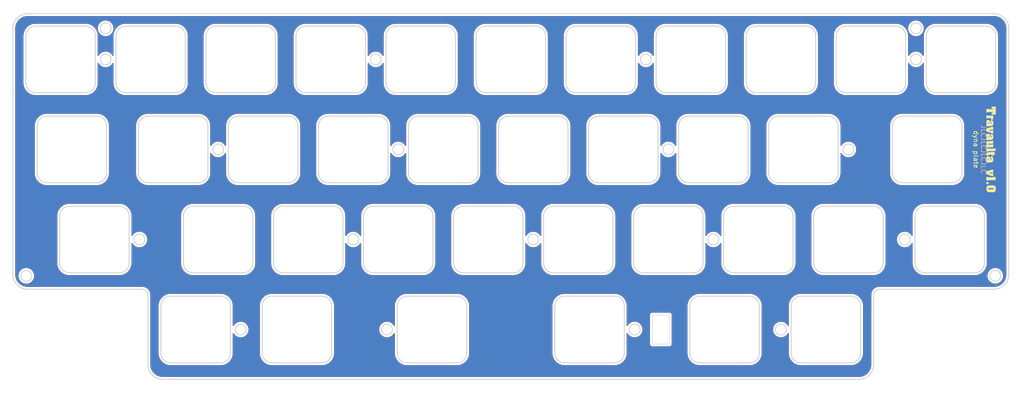
<source format=kicad_pcb>
(kicad_pcb (version 20240108) (generator "pcbnew") (generator_version "8.0")
  (layers (0 "F.Cu" signal) (31 "B.Cu" signal) (34 "B.Paste" user) (35 "F.Paste" user) (36 "B.SilkS" user "B.Silkscreen") (37 "F.SilkS" user "F.Silkscreen") (38 "B.Mask" user) (39 "F.Mask" user) (44 "Edge.Cuts" user))
  (net 0 "")
  (net 1 "GND")
  (footprint "LOGO" (layer "F.Cu") (at 250.825 76.2 -90)
    (property "Reference" "G***" (hide yes))
    (property "Value" "LOGO" (hide yes))
  )
  (gr_arc (start 113.7091 100.2214) (mid 113.101347 101.688647) (end 111.6341 102.2964) (stroke (width 0.2)) (layer "Edge.Cuts"))
  (gr_arc (start 249.44035 100.2213) (mid 248.832594 101.688629) (end 247.37956 102.2964) (stroke (width 0.2)) (layer "Edge.Cuts"))
  (gr_arc (start 201.81535 119.2713) (mid 201.207594 120.738629) (end 199.75456 121.3464) (stroke (width 0.2)) (layer "Edge.Cuts"))
  (gr_arc (start 180.3841 81.1714) (mid 179.776347 82.638647) (end 178.3091 83.2464) (stroke (width 0.2)) (layer "Edge.Cuts"))
  (gr_line (start 127.5841 71.2214) (end 127.5841 81.1714) (stroke (width 0.2)) (layer "Edge.Cuts"))
  (gr_line (start 98.7028 121.3464) (end 109.26706 121.3464) (stroke (width 0.2)) (layer "Edge.Cuts"))
  (gr_line (start 105.8466 64.1964) (end 116.3966 64.1964) (stroke (width 0.2)) (layer "Edge.Cuts"))
  (gr_arc (start 215.3841 102.2964) (mid 213.916853 101.688647) (end 213.3091 100.2214) (stroke (width 0.2)) (layer "Edge.Cuts"))
  (gr_arc (start 111.32785 119.2713) (mid 110.720094 120.738629) (end 109.26706 121.3464) (stroke (width 0.2)) (layer "Edge.Cuts"))
  (gr_line (start 175.6216 62.1214) (end 175.6216 52.1714) (stroke (width 0.2)) (layer "Edge.Cuts"))
  (gr_line (start 237.1216 52.1714) (end 237.1216 62.1214) (stroke (width 0.2)) (layer "Edge.Cuts"))
  (gr_arc (start 221.1716 107.2464) (mid 222.638847 107.854153) (end 223.2466 109.3214) (stroke (width 0.2)) (layer "Edge.Cuts"))
  (gr_line (start 140.2091 69.1464) (end 129.6591 69.1464) (stroke (width 0.2)) (layer "Edge.Cuts"))
  (gr_arc (start 137.5216 62.1214) (mid 136.913847 63.588647) (end 135.4466 64.1964) (stroke (width 0.2)) (layer "Edge.Cuts"))
  (gr_line (start 211.6466 50.0964) (end 201.0966 50.0964) (stroke (width 0.2)) (layer "Edge.Cuts"))
  (gr_line (start 113.7091 100.2214) (end 113.7091 90.2714) (stroke (width 0.2)) (layer "Edge.Cuts"))
  (gr_arc (start 46.6216 52.1714) (mid 47.229353 50.704153) (end 48.6966 50.0964) (stroke (width 0.2)) (layer "Edge.Cuts"))
  (gr_line (start 137.5216 62.1214) (end 137.5216 52.1714) (stroke (width 0.2)) (layer "Edge.Cuts"))
  (gr_line (start 72.45 121.724999) (end 72.45 106.974999) (stroke (width 0.2)) (layer "Edge.Cuts"))
  (gr_line (start 110.6091 83.2464) (end 121.1591 83.2464) (stroke (width 0.2)) (layer "Edge.Cuts"))
  (gr_arc (start 111.6341 88.1964) (mid 113.101347 88.804153) (end 113.7091 90.2714) (stroke (width 0.2)) (layer "Edge.Cuts"))
  (gr_arc (start 97.3466 50.0964) (mid 98.813847 50.704153) (end 99.4216 52.1714) (stroke (width 0.2)) (layer "Edge.Cuts"))
  (gr_arc (start 156.1591 90.2714) (mid 156.766853 88.804153) (end 158.2341 88.1964) (stroke (width 0.2)) (layer "Edge.Cuts"))
  (gr_arc (start 148.7091 83.2464) (mid 147.241853 82.638647) (end 146.6341 81.1714) (stroke (width 0.2)) (layer "Edge.Cuts"))
  (gr_arc (start 48.6966 64.1964) (mid 47.229353 63.588647) (end 46.6216 62.1214) (stroke (width 0.2)) (layer "Edge.Cuts"))
  (gr_line (start 239.1966 64.1964) (end 249.7466 64.1964) (stroke (width 0.2)) (layer "Edge.Cuts"))
  (gr_arc (start 77.2716 121.3464) (mid 75.804353 120.738647) (end 75.1966 119.2714) (stroke (width 0.2)) (layer "Edge.Cuts"))
  (gr_line (start 197.3591 69.1464) (end 186.8091 69.1464) (stroke (width 0.2)) (layer "Edge.Cuts"))
  (gr_circle (center 153.9875 95.25) (end 155.1375 95.25) (stroke (width 0.2)) (fill none) (layer "Edge.Cuts"))
  (gr_arc (start 146.6341 71.2214) (mid 147.241853 69.754153) (end 148.7091 69.1464) (stroke (width 0.2)) (layer "Edge.Cuts"))
  (gr_line (start 192.5966 50.0964) (end 182.0466 50.0964) (stroke (width 0.2)) (layer "Edge.Cuts"))
  (gr_line (start 51.07785 83.2464) (end 61.62785 83.2464) (stroke (width 0.2)) (layer "Edge.Cuts"))
  (gr_line (start 80.3716 62.1214) (end 80.3716 52.1714) (stroke (width 0.2)) (layer "Edge.Cuts"))
  (gr_circle (center 92.075 114.3) (end 93.225 114.3) (stroke (width 0.2)) (fill none) (layer "Edge.Cuts"))
  (gr_line (start 189.1903 121.3464) (end 199.75456 121.3464) (stroke (width 0.2)) (layer "Edge.Cuts"))
  (gr_arc (start 61.3216 62.1214) (mid 60.713847 63.588647) (end 59.2466 64.1964) (stroke (width 0.2)) (layer "Edge.Cuts"))
  (gr_rect (start 179.179211 111.222627) (end 182.774442 117.365374) (stroke (width 0.1)) (fill none) (layer "Edge.Cuts"))
  (gr_circle (center 251.734375 102.933999) (end 252.884375 102.933999) (stroke (width 0.2)) (fill none) (layer "Edge.Cuts"))
  (gr_line (start 91.5591 83.2464) (end 102.1091 83.2464) (stroke (width 0.2)) (layer "Edge.Cuts"))
  (gr_arc (start 96.62785 109.3214) (mid 97.235606 107.854171) (end 98.688496 107.2464) (stroke (width 0.2)) (layer "Edge.Cuts"))
  (gr_line (start 158.54035 109.3215) (end 158.54035 119.2714) (stroke (width 0.2)) (layer "Edge.Cuts"))
  (gr_line (start 122.8216 52.1714) (end 122.8216 62.1214) (stroke (width 0.2)) (layer "Edge.Cuts"))
  (gr_line (start 206.8841 88.1964) (end 196.3341 88.1964) (stroke (width 0.2)) (layer "Edge.Cuts"))
  (gr_line (start 97.3466 50.0964) (end 86.7966 50.0964) (stroke (width 0.2)) (layer "Edge.Cuts"))
  (gr_arc (start 121.1591 69.1464) (mid 122.626347 69.754153) (end 123.2341 71.2214) (stroke (width 0.2)) (layer "Edge.Cuts"))
  (gr_arc (start 156.5716 62.1214) (mid 155.963847 63.588647) (end 154.4966 64.1964) (stroke (width 0.2)) (layer "Edge.Cuts"))
  (gr_arc (start 249.7466 50.0964) (mid 251.213847 50.704153) (end 251.8216 52.1714) (stroke (width 0.2)) (layer "Edge.Cuts"))
  (gr_line (start 234.74035 90.2715) (end 234.74035 100.2214) (stroke (width 0.2)) (layer "Edge.Cuts"))
  (gr_line (start 199.7404 107.2464) (end 189.175996 107.2464) (stroke (width 0.2)) (layer "Edge.Cuts"))
  (gr_line (start 218.0716 52.1714) (end 218.0716 62.1214) (stroke (width 0.2)) (layer "Edge.Cuts"))
  (gr_line (start 116.3966 50.0964) (end 105.8466 50.0964) (stroke (width 0.2)) (layer "Edge.Cuts"))
  (gr_arc (start 99.4216 62.1214) (mid 98.813847 63.588647) (end 97.3466 64.1964) (stroke (width 0.2)) (layer "Edge.Cuts"))
  (gr_line (start 205.8591 83.2464) (end 216.4091 83.2464) (stroke (width 0.2)) (layer "Edge.Cuts"))
  (gr_arc (start 123.2341 81.1714) (mid 122.626347 82.638647) (end 121.1591 83.2464) (stroke (width 0.2)) (layer "Edge.Cuts"))
  (gr_line (start 120.1341 102.2964) (end 130.6841 102.2964) (stroke (width 0.2)) (layer "Edge.Cuts"))
  (gr_arc (start 244.67785 81.1713) (mid 244.070094 82.638629) (end 242.61706 83.2464) (stroke (width 0.2)) (layer "Edge.Cuts"))
  (gr_line (start 168.7841 88.1964) (end 158.2341 88.1964) (stroke (width 0.2)) (layer "Edge.Cuts"))
  (gr_line (start 79.9591 90.2714) (end 79.9591 100.2214) (stroke (width 0.2)) (layer "Edge.Cuts"))
  (gr_circle (center 70.64375 95.25) (end 71.79375 95.25) (stroke (width 0.2)) (fill none) (layer "Edge.Cuts"))
  (gr_arc (start 154.4966 50.0964) (mid 155.963847 50.704153) (end 156.5716 52.1714) (stroke (width 0.2)) (layer "Edge.Cuts"))
  (gr_line (start 167.7591 83.2464) (end 178.3091 83.2464) (stroke (width 0.2)) (layer "Edge.Cuts"))
  (gr_arc (start 177.2841 102.2964) (mid 175.816853 101.688647) (end 175.2091 100.2214) (stroke (width 0.2)) (layer "Edge.Cuts"))
  (gr_circle (center 232.56875 95.25) (end 233.71875 95.25) (stroke (width 0.2)) (fill none) (layer "Edge.Cuts"))
  (gr_arc (start 205.8591 83.2464) (mid 204.391853 82.638647) (end 203.7841 81.1714) (stroke (width 0.2)) (layer "Edge.Cuts"))
  (gr_line (start 179.9716 52.1714) (end 179.9716 62.1214) (stroke (width 0.2)) (layer "Edge.Cuts"))
  (gr_line (start 187.11535 109.3215) (end 187.11535 119.2714) (stroke (width 0.2)) (layer "Edge.Cuts"))
  (gr_arc (start 234.74035 90.2715) (mid 235.348106 88.804171) (end 236.800996 88.1964) (stroke (width 0.2)) (layer "Edge.Cuts"))
  (gr_line (start 232.0528 83.2464) (end 242.61706 83.2464) (stroke (width 0.2)) (layer "Edge.Cuts"))
  (gr_line (start 175.2091 90.2714) (end 175.2091 100.2214) (stroke (width 0.2)) (layer "Edge.Cuts"))
  (gr_arc (start 189.9091 100.2214) (mid 189.301347 101.688647) (end 187.8341 102.2964) (stroke (width 0.2)) (layer "Edge.Cuts"))
  (gr_line (start 242.6029 69.1464) (end 232.038496 69.1464) (stroke (width 0.2)) (layer "Edge.Cuts"))
  (gr_arc (start 99.0091 90.2714) (mid 99.616853 88.804153) (end 101.0841 88.1964) (stroke (width 0.2)) (layer "Edge.Cuts"))
  (gr_circle (center 46.716 102.933999) (end 47.866 102.933999) (stroke (width 0.2)) (fill none) (layer "Edge.Cuts"))
  (gr_line (start 199.4341 81.1714) (end 199.4341 71.2214) (stroke (width 0.2)) (layer "Edge.Cuts"))
  (gr_arc (start 201.0966 64.1964) (mid 199.629353 63.588647) (end 199.0216 62.1214) (stroke (width 0.2)) (layer "Edge.Cuts"))
  (gr_arc (start 89.4841 71.2214) (mid 90.091853 69.754153) (end 91.5591 69.1464) (stroke (width 0.2)) (layer "Edge.Cuts"))
  (gr_arc (start 104.1841 81.1714) (mid 103.576347 82.638647) (end 102.1091 83.2464) (stroke (width 0.2)) (layer "Edge.Cuts"))
  (gr_line (start 225.9341 88.1964) (end 215.3841 88.1964) (stroke (width 0.2)) (layer "Edge.Cuts"))
  (gr_line (start 148.7091 83.2464) (end 159.2591 83.2464) (stroke (width 0.2)) (layer "Edge.Cuts"))
  (gr_arc (start 84.7216 52.1714) (mid 85.329353 50.704153) (end 86.7966 50.0964) (stroke (width 0.2)) (layer "Edge.Cuts"))
  (gr_arc (start 171.1654 107.2464) (mid 172.632629 107.854136) (end 173.24035 109.3214) (stroke (width 0.2)) (layer "Edge.Cuts"))
  (gr_line (start 66.39035 88.1964) (end 55.84035 88.1964) (stroke (width 0.2)) (layer "Edge.Cuts"))
  (gr_arc (start 254.575 102.674999) (mid 253.667031 104.86703) (end 251.475 105.774999) (stroke (width 0.2)) (layer "Edge.Cuts"))
  (gr_line (start 94.6591 100.2214) (end 94.6591 90.2714) (stroke (width 0.2)) (layer "Edge.Cuts"))
  (gr_circle (center 234.95 57.15) (end 236.1 57.15) (stroke (width 0.2)) (fill none) (layer "Edge.Cuts"))
  (gr_arc (start 130.6841 88.1964) (mid 132.151347 88.804153) (end 132.7591 90.2714) (stroke (width 0.2)) (layer "Edge.Cuts"))
  (gr_arc (start 218.4841 81.1714) (mid 217.876347 82.638647) (end 216.4091 83.2464) (stroke (width 0.2)) (layer "Edge.Cuts"))
  (gr_line (start 156.1591 90.2714) (end 156.1591 100.2214) (stroke (width 0.2)) (layer "Edge.Cuts"))
  (gr_line (start 68.46535 100.2214) (end 68.46535 90.2714) (stroke (width 0.2)) (layer "Edge.Cuts"))
  (gr_circle (center 123.03125 114.3) (end 124.18125 114.3) (stroke (width 0.2)) (fill none) (layer "Edge.Cuts"))
  (gr_line (start 177.2841 102.2964) (end 187.8341 102.2964) (stroke (width 0.2)) (layer "Edge.Cuts"))
  (gr_circle (center 120.65 57.15) (end 121.8 57.15) (stroke (width 0.2)) (fill none) (layer "Edge.Cuts"))
  (gr_arc (start 78.2966 50.0964) (mid 79.763847 50.704153) (end 80.3716 52.1714) (stroke (width 0.2)) (layer "Edge.Cuts"))
  (gr_line (start 82.0341 102.2964) (end 92.5841 102.2964) (stroke (width 0.2)) (layer "Edge.Cuts"))
  (gr_arc (start 65.6716 52.1714) (mid 66.279353 50.704153) (end 67.7466 50.0964) (stroke (width 0.2)) (layer "Edge.Cuts"))
  (gr_arc (start 71.25 105.774999) (mid 72.098528 106.126471) (end 72.45 106.974999) (stroke (width 0.2)) (layer "Edge.Cuts"))
  (gr_arc (start 120.1341 102.2964) (mid 118.666853 101.688647) (end 118.0591 100.2214) (stroke (width 0.2)) (layer "Edge.Cuts"))
  (gr_line (start 89.8966 119.2714) (end 89.8966 109.3214) (stroke (width 0.2)) (layer "Edge.Cuts"))
  (gr_line (start 61.3216 62.1214) (end 61.3216 52.1714) (stroke (width 0.2)) (layer "Edge.Cuts"))
  (gr_arc (start 63.70285 81.1714) (mid 63.095097 82.638647) (end 61.62785 83.2464) (stroke (width 0.2)) (layer "Edge.Cuts"))
  (gr_arc (start 199.7404 107.2464) (mid 201.207629 107.854136) (end 201.81535 109.3214) (stroke (width 0.2)) (layer "Edge.Cuts"))
  (gr_line (start 85.1341 81.1714) (end 85.1341 71.2214) (stroke (width 0.2)) (layer "Edge.Cuts"))
  (gr_line (start 123.2341 81.1714) (end 123.2341 71.2214) (stroke (width 0.2)) (layer "Edge.Cuts"))
  (gr_arc (start 194.2591 90.2714) (mid 194.866853 88.804153) (end 196.3341 88.1964) (stroke (width 0.2)) (layer "Edge.Cuts"))
  (gr_arc (start 178.3091 69.1464) (mid 179.776347 69.754153) (end 180.3841 71.2214) (stroke (width 0.2)) (layer "Edge.Cuts"))
  (gr_line (start 46.975 47.474999) (end 251.475 47.474999) (stroke (width 0.2)) (layer "Edge.Cuts"))
  (gr_arc (start 160.6153 121.3464) (mid 159.148071 120.738664) (end 158.54035 119.2714) (stroke (width 0.2)) (layer "Edge.Cuts"))
  (gr_arc (start 208.9591 100.2214) (mid 208.351347 101.688647) (end 206.8841 102.2964) (stroke (width 0.2)) (layer "Edge.Cuts"))
  (gr_arc (start 80.3716 62.1214) (mid 79.763847 63.588647) (end 78.2966 64.1964) (stroke (width 0.2)) (layer "Edge.Cuts"))
  (gr_arc (start 143.9466 64.1964) (mid 142.479353 63.588647) (end 141.8716 62.1214) (stroke (width 0.2)) (layer "Edge.Cuts"))
  (gr_arc (start 55.84035 102.2964) (mid 54.373103 101.688647) (end 53.76535 100.2214) (stroke (width 0.2)) (layer "Edge.Cuts"))
  (gr_line (start 137.8279 107.2464) (end 127.263496 107.2464) (stroke (width 0.2)) (layer "Edge.Cuts"))
  (gr_line (start 146.6341 71.2214) (end 146.6341 81.1714) (stroke (width 0.2)) (layer "Edge.Cuts"))
  (gr_line (start 46.6216 52.1714) (end 46.6216 62.1214) (stroke (width 0.2)) (layer "Edge.Cuts"))
  (gr_line (start 111.6341 88.1964) (end 101.0841 88.1964) (stroke (width 0.2)) (layer "Edge.Cuts"))
  (gr_line (start 203.7841 71.2214) (end 203.7841 81.1714) (stroke (width 0.2)) (layer "Edge.Cuts"))
  (gr_line (start 99.4216 62.1214) (end 99.4216 52.1714) (stroke (width 0.2)) (layer "Edge.Cuts"))
  (gr_line (start 132.7591 100.2214) (end 132.7591 90.2714) (stroke (width 0.2)) (layer "Edge.Cuts"))
  (gr_arc (start 162.9966 64.1964) (mid 161.529353 63.588647) (end 160.9216 62.1214) (stroke (width 0.2)) (layer "Edge.Cuts"))
  (gr_line (start 199.0216 52.1714) (end 199.0216 62.1214) (stroke (width 0.2)) (layer "Edge.Cuts"))
  (gr_line (start 151.8091 100.2214) (end 151.8091 90.2714) (stroke (width 0.2)) (layer "Edge.Cuts"))
  (gr_circle (center 206.375 114.3) (end 207.525 114.3) (stroke (width 0.2)) (fill none) (layer "Edge.Cuts"))
  (gr_line (start 201.0966 64.1964) (end 211.6466 64.1964) (stroke (width 0.2)) (layer "Edge.Cuts"))
  (gr_line (start 129.6591 83.2464) (end 140.2091 83.2464) (stroke (width 0.2)) (layer "Edge.Cuts"))
  (gr_line (start 226 106.974999) (end 226 121.724999) (stroke (width 0.2)) (layer "Edge.Cuts"))
  (gr_line (start 222.9 124.824999) (end 75.55 124.824999) (stroke (width 0.2)) (layer "Edge.Cuts"))
  (gr_arc (start 139.1841 102.2964) (mid 137.716853 101.688647) (end 137.1091 100.2214) (stroke (width 0.2)) (layer "Edge.Cuts"))
  (gr_line (start 223.2466 119.2714) (end 223.2466 109.3214) (stroke (width 0.2)) (layer "Edge.Cuts"))
  (gr_arc (start 218.0716 52.1714) (mid 218.679353 50.704153) (end 220.1466 50.0964) (stroke (width 0.2)) (layer "Edge.Cuts"))
  (gr_arc (start 68.46535 100.2214) (mid 67.857597 101.688647) (end 66.39035 102.2964) (stroke (width 0.2)) (layer "Edge.Cuts"))
  (gr_line (start 121.1591 69.1464) (end 110.6091 69.1464) (stroke (width 0.2)) (layer "Edge.Cuts"))
  (gr_arc (start 103.7716 52.1714) (mid 104.379353 50.704153) (end 105.8466 50.0964) (stroke (width 0.2)) (layer "Edge.Cuts"))
  (gr_arc (start 179.9716 52.1714) (mid 180.579353 50.704153) (end 182.0466 50.0964) (stroke (width 0.2)) (layer "Edge.Cuts"))
  (gr_arc (start 86.7966 64.1964) (mid 85.329353 63.588647) (end 84.7216 62.1214) (stroke (width 0.2)) (layer "Edge.Cuts"))
  (gr_line (start 141.8716 52.1714) (end 141.8716 62.1214) (stroke (width 0.2)) (layer "Edge.Cuts"))
  (gr_line (start 61.62785 69.1464) (end 51.07785 69.1464) (stroke (width 0.2)) (layer "Edge.Cuts"))
  (gr_line (start 130.6841 88.1964) (end 120.1341 88.1964) (stroke (width 0.2)) (layer "Edge.Cuts"))
  (gr_arc (start 49.00285 71.2214) (mid 49.610603 69.754153) (end 51.07785 69.1464) (stroke (width 0.2)) (layer "Edge.Cuts"))
  (gr_line (start 216.4091 69.1464) (end 205.8591 69.1464) (stroke (width 0.2)) (layer "Edge.Cuts"))
  (gr_line (start 249.44035 100.2213) (end 249.44035 90.2714) (stroke (width 0.2)) (layer "Edge.Cuts"))
  (gr_line (start 180.3841 81.1714) (end 180.3841 71.2214) (stroke (width 0.2)) (layer "Edge.Cuts"))
  (gr_circle (center 63.5 50.574999) (end 64.65 50.574999) (stroke (width 0.2)) (fill none) (layer "Edge.Cuts"))
  (gr_line (start 201.81535 119.2713) (end 201.81535 109.3214) (stroke (width 0.2)) (layer "Edge.Cuts"))
  (gr_line (start 160.6153 121.3464) (end 171.17956 121.3464) (stroke (width 0.2)) (layer "Edge.Cuts"))
  (gr_line (start 247.3654 88.1964) (end 236.800996 88.1964) (stroke (width 0.2)) (layer "Edge.Cuts"))
  (gr_line (start 194.2591 90.2714) (end 194.2591 100.2214) (stroke (width 0.2)) (layer "Edge.Cuts"))
  (gr_line (start 228.0091 100.2214) (end 228.0091 90.2714) (stroke (width 0.2)) (layer "Edge.Cuts"))
  (gr_line (start 72.5091 83.2464) (end 83.0591 83.2464) (stroke (width 0.2)) (layer "Edge.Cuts"))
  (gr_line (start 48.6966 64.1964) (end 59.2466 64.1964) (stroke (width 0.2)) (layer "Edge.Cuts"))
  (gr_arc (start 197.3591 69.1464) (mid 198.826347 69.754153) (end 199.4341 71.2214) (stroke (width 0.2)) (layer "Edge.Cuts"))
  (gr_line (start 103.7716 52.1714) (end 103.7716 62.1214) (stroke (width 0.2)) (layer "Edge.Cuts"))
  (gr_line (start 173.5466 50.0964) (end 162.9966 50.0964) (stroke (width 0.2)) (layer "Edge.Cuts"))
  (gr_arc (start 213.7216 62.1214) (mid 213.113847 63.588647) (end 211.6466 64.1964) (stroke (width 0.2)) (layer "Edge.Cuts"))
  (gr_line (start 171.1654 107.2464) (end 160.600996 107.2464) (stroke (width 0.2)) (layer "Edge.Cuts"))
  (gr_line (start 89.4841 71.2214) (end 89.4841 81.1714) (stroke (width 0.2)) (layer "Edge.Cuts"))
  (gr_line (start 77.2716 121.3464) (end 87.8216 121.3464) (stroke (width 0.2)) (layer "Edge.Cuts"))
  (gr_arc (start 105.8466 64.1964) (mid 104.379353 63.588647) (end 103.7716 62.1214) (stroke (width 0.2)) (layer "Edge.Cuts"))
  (gr_arc (start 211.6466 50.0964) (mid 213.113847 50.704153) (end 213.7216 52.1714) (stroke (width 0.2)) (layer "Edge.Cuts"))
  (gr_line (start 154.4966 50.0964) (end 143.9466 50.0964) (stroke (width 0.2)) (layer "Edge.Cuts"))
  (gr_arc (start 251.8216 62.1214) (mid 251.213847 63.588647) (end 249.7466 64.1964) (stroke (width 0.2)) (layer "Edge.Cuts"))
  (gr_arc (start 124.8966 64.1964) (mid 123.429353 63.588647) (end 122.8216 62.1214) (stroke (width 0.2)) (layer "Edge.Cuts"))
  (gr_line (start 75.1966 109.3214) (end 75.1966 119.2714) (stroke (width 0.2)) (layer "Edge.Cuts"))
  (gr_arc (start 151.8091 100.2214) (mid 151.201347 101.688647) (end 149.7341 102.2964) (stroke (width 0.2)) (layer "Edge.Cuts"))
  (gr_circle (center 177.8 57.15) (end 178.95 57.15) (stroke (width 0.2)) (fill none) (layer "Edge.Cuts"))
  (gr_circle (center 234.95 50.574999) (end 236.1 50.574999) (stroke (width 0.2)) (fill none) (layer "Edge.Cuts"))
  (gr_arc (start 110.6091 83.2464) (mid 109.141853 82.638647) (end 108.5341 81.1714) (stroke (width 0.2)) (layer "Edge.Cuts"))
  (gr_line (start 99.0091 90.2714) (end 99.0091 100.2214) (stroke (width 0.2)) (layer "Edge.Cuts"))
  (gr_arc (start 173.5466 50.0964) (mid 175.013847 50.704153) (end 175.6216 52.1714) (stroke (width 0.2)) (layer "Edge.Cuts"))
  (gr_arc (start 210.6216 121.3464) (mid 209.154353 120.738647) (end 208.5466 119.2714) (stroke (width 0.2)) (layer "Edge.Cuts"))
  (gr_line (start 96.62785 109.3214) (end 96.62785 119.2714) (stroke (width 0.2)) (layer "Edge.Cuts"))
  (gr_circle (center 63.5 57.15) (end 64.65 57.15) (stroke (width 0.2)) (fill none) (layer "Edge.Cuts"))
  (gr_arc (start 199.0216 52.1714) (mid 199.629353 50.704153) (end 201.0966 50.0964) (stroke (width 0.2)) (layer "Edge.Cuts"))
  (gr_arc (start 186.8091 83.2464) (mid 185.341853 82.638647) (end 184.7341 81.1714) (stroke (width 0.2)) (layer "Edge.Cuts"))
  (gr_arc (start 46.975 105.774999) (mid 44.782969 104.86703) (end 43.875 102.674999) (stroke (width 0.2)) (layer "Edge.Cuts"))
  (gr_line (start 189.9091 100.2214) (end 189.9091 90.2714) (stroke (width 0.2)) (layer "Edge.Cuts"))
  (gr_arc (start 140.2091 69.1464) (mid 141.676347 69.754153) (end 142.2841 71.2214) (stroke (width 0.2)) (layer "Edge.Cuts"))
  (gr_line (start 161.3341 81.1714) (end 161.3341 71.2214) (stroke (width 0.2)) (layer "Edge.Cuts"))
  (gr_arc (start 189.1903 121.3464) (mid 187.723071 120.738664) (end 187.11535 119.2714) (stroke (width 0.2)) (layer "Edge.Cuts"))
  (gr_arc (start 67.7466 64.1964) (mid 66.279353 63.588647) (end 65.6716 62.1214) (stroke (width 0.2)) (layer "Edge.Cuts"))
  (gr_circle (center 115.8875 95.25) (end 117.0375 95.25) (stroke (width 0.2)) (fill none) (layer "Edge.Cuts"))
  (gr_line (start 109.2529 107.2464) (end 98.688496 107.2464) (stroke (width 0.2)) (layer "Edge.Cuts"))
  (gr_arc (start 182.0466 64.1964) (mid 180.579353 63.588647) (end 179.9716 62.1214) (stroke (width 0.2)) (layer "Edge.Cuts"))
  (gr_arc (start 251.475 47.474999) (mid 253.667031 48.382968) (end 254.575 50.574999) (stroke (width 0.2)) (layer "Edge.Cuts"))
  (gr_line (start 49.00285 71.2214) (end 49.00285 81.1714) (stroke (width 0.2)) (layer "Edge.Cuts"))
  (gr_arc (start 137.8279 107.2464) (mid 139.295129 107.854136) (end 139.90285 109.3214) (stroke (width 0.2)) (layer "Edge.Cuts"))
  (gr_arc (start 91.5591 83.2464) (mid 90.091853 82.638647) (end 89.4841 81.1714) (stroke (width 0.2)) (layer "Edge.Cuts"))
  (gr_line (start 196.3341 102.2964) (end 206.8841 102.2964) (stroke (width 0.2)) (layer "Edge.Cuts"))
  (gr_line (start 63.70285 81.1714) (end 63.70285 71.2214) (stroke (width 0.2)) (layer "Edge.Cuts"))
  (gr_circle (center 175.41875 114.3) (end 176.56875 114.3) (stroke (width 0.2)) (fill none) (layer "Edge.Cuts"))
  (gr_line (start 139.1841 102.2964) (end 149.7341 102.2964) (stroke (width 0.2)) (layer "Edge.Cuts"))
  (gr_line (start 127.2778 121.3464) (end 137.84206 121.3464) (stroke (width 0.2)) (layer "Edge.Cuts"))
  (gr_line (start 229.97785 71.2215) (end 229.97785 81.1714) (stroke (width 0.2)) (layer "Edge.Cuts"))
  (gr_arc (start 226 106.974999) (mid 226.351472 106.126471) (end 227.2 105.774999) (stroke (width 0.2)) (layer "Edge.Cuts"))
  (gr_arc (start 230.6966 50.0964) (mid 232.163847 50.704153) (end 232.7716 52.1714) (stroke (width 0.2)) (layer "Edge.Cuts"))
  (gr_line (start 118.4716 62.1214) (end 118.4716 52.1714) (stroke (width 0.2)) (layer "Edge.Cuts"))
  (gr_line (start 137.1091 90.2714) (end 137.1091 100.2214) (stroke (width 0.2)) (layer "Edge.Cuts"))
  (gr_arc (start 173.24035 119.2713) (mid 172.632594 120.738629) (end 171.17956 121.3464) (stroke (width 0.2)) (layer "Edge.Cuts"))
  (gr_arc (start 135.4466 50.0964) (mid 136.913847 50.704153) (end 137.5216 52.1714) (stroke (width 0.2)) (layer "Edge.Cuts"))
  (gr_line (start 215.3841 102.2964) (end 225.9341 102.2964) (stroke (width 0.2)) (layer "Edge.Cuts"))
  (gr_line (start 251.8216 62.1214) (end 251.8216 52.1714) (stroke (width 0.2)) (layer "Edge.Cuts"))
  (gr_line (start 143.9466 64.1964) (end 154.4966 64.1964) (stroke (width 0.2)) (layer "Edge.Cuts"))
  (gr_line (start 170.8591 100.2214) (end 170.8591 90.2714) (stroke (width 0.2)) (layer "Edge.Cuts"))
  (gr_arc (start 199.4341 81.1714) (mid 198.826347 82.638647) (end 197.3591 83.2464) (stroke (width 0.2)) (layer "Edge.Cuts"))
  (gr_arc (start 239.1966 64.1964) (mid 237.729353 63.588647) (end 237.1216 62.1214) (stroke (width 0.2)) (layer "Edge.Cuts"))
  (gr_arc (start 232.0528 83.2464) (mid 230.585571 82.638664) (end 229.97785 81.1714) (stroke (width 0.2)) (layer "Edge.Cuts"))
  (gr_line (start 104.1841 81.1714) (end 104.1841 71.2214) (stroke (width 0.2)) (layer "Edge.Cuts"))
  (gr_arc (start 129.6591 83.2464) (mid 128.191853 82.638647) (end 127.5841 81.1714) (stroke (width 0.2)) (layer "Edge.Cuts"))
  (gr_line (start 230.6966 50.0964) (end 220.1466 50.0964) (stroke (width 0.2)) (layer "Edge.Cuts"))
  (gr_line (start 220.1466 64.1964) (end 230.6966 64.1964) (stroke (width 0.2)) (layer "Edge.Cuts"))
  (gr_arc (start 82.0341 102.2964) (mid 80.566853 101.688647) (end 79.9591 100.2214) (stroke (width 0.2)) (layer "Edge.Cuts"))
  (gr_arc (start 208.5466 109.3214) (mid 209.154353 107.854153) (end 210.6216 107.2464) (stroke (width 0.2)) (layer "Edge.Cuts"))
  (gr_arc (start 101.0841 102.2964) (mid 99.616853 101.688647) (end 99.0091 100.2214) (stroke (width 0.2)) (layer "Edge.Cuts"))
  (gr_arc (start 220.1466 64.1964) (mid 218.679353 63.588647) (end 218.0716 62.1214) (stroke (width 0.2)) (layer "Edge.Cuts"))
  (gr_line (start 221.1716 107.2464) (end 210.6216 107.2464) (stroke (width 0.2)) (layer "Edge.Cuts"))
  (gr_line (start 149.7341 88.1964) (end 139.1841 88.1964) (stroke (width 0.2)) (layer "Edge.Cuts"))
  (gr_line (start 213.7216 62.1214) (end 213.7216 52.1714) (stroke (width 0.2)) (layer "Edge.Cuts"))
  (gr_line (start 55.84035 102.2964) (end 66.39035 102.2964) (stroke (width 0.2)) (layer "Edge.Cuts"))
  (gr_arc (start 142.2841 81.1714) (mid 141.676347 82.638647) (end 140.2091 83.2464) (stroke (width 0.2)) (layer "Edge.Cuts"))
  (gr_line (start 160.9216 52.1714) (end 160.9216 62.1214) (stroke (width 0.2)) (layer "Edge.Cuts"))
  (gr_arc (start 203.7841 71.2214) (mid 204.391853 69.754153) (end 205.8591 69.1464) (stroke (width 0.2)) (layer "Edge.Cuts"))
  (gr_arc (start 168.7841 88.1964) (mid 170.251347 88.804153) (end 170.8591 90.2714) (stroke (width 0.2)) (layer "Edge.Cuts"))
  (gr_arc (start 187.8341 88.1964) (mid 189.301347 88.804153) (end 189.9091 90.2714) (stroke (width 0.2)) (layer "Edge.Cuts"))
  (gr_line (start 186.8091 83.2464) (end 197.3591 83.2464) (stroke (width 0.2)) (layer "Edge.Cuts"))
  (gr_circle (center 182.5625 76.2) (end 183.7125 76.2) (stroke (width 0.2)) (fill none) (layer "Edge.Cuts"))
  (gr_arc (start 70.4341 71.2214) (mid 71.041853 69.754153) (end 72.5091 69.1464) (stroke (width 0.2)) (layer "Edge.Cuts"))
  (gr_arc (start 167.7591 83.2464) (mid 166.291853 82.638647) (end 165.6841 81.1714) (stroke (width 0.2)) (layer "Edge.Cuts"))
  (gr_arc (start 223.2466 119.2714) (mid 222.638847 120.738647) (end 221.1716 121.3464) (stroke (width 0.2)) (layer "Edge.Cuts"))
  (gr_line (start 142.2841 81.1714) (end 142.2841 71.2214) (stroke (width 0.2)) (layer "Edge.Cuts"))
  (gr_arc (start 109.2529 107.2464) (mid 110.720129 107.854136) (end 111.32785 109.3214) (stroke (width 0.2)) (layer "Edge.Cuts"))
  (gr_line (start 87.8216 107.2464) (end 77.2716 107.2464) (stroke (width 0.2)) (layer "Edge.Cuts"))
  (gr_arc (start 206.8841 88.1964) (mid 208.351347 88.804153) (end 208.9591 90.2714) (stroke (width 0.2)) (layer "Edge.Cuts"))
  (gr_line (start 78.2966 50.0964) (end 67.7466 50.0964) (stroke (width 0.2)) (layer "Edge.Cuts"))
  (gr_line (start 162.9966 64.1964) (end 173.5466 64.1964) (stroke (width 0.2)) (layer "Edge.Cuts"))
  (gr_arc (start 159.2591 69.1464) (mid 160.726347 69.754153) (end 161.3341 71.2214) (stroke (width 0.2)) (layer "Edge.Cuts"))
  (gr_line (start 182.0466 64.1964) (end 192.5966 64.1964) (stroke (width 0.2)) (layer "Edge.Cuts"))
  (gr_arc (start 108.5341 71.2214) (mid 109.141853 69.754153) (end 110.6091 69.1464) (stroke (width 0.2)) (layer "Edge.Cuts"))
  (gr_line (start 187.8341 88.1964) (end 177.2841 88.1964) (stroke (width 0.2)) (layer "Edge.Cuts"))
  (gr_line (start 83.0591 69.1464) (end 72.5091 69.1464) (stroke (width 0.2)) (layer "Edge.Cuts"))
  (gr_arc (start 226 121.724999) (mid 225.092031 123.91703) (end 222.9 124.824999) (stroke (width 0.2)) (layer "Edge.Cuts"))
  (gr_arc (start 98.7028 121.3464) (mid 97.235571 120.738664) (end 96.62785 119.2714) (stroke (width 0.2)) (layer "Edge.Cuts"))
  (gr_arc (start 158.2341 102.2964) (mid 156.766853 101.688647) (end 156.1591 100.2214) (stroke (width 0.2)) (layer "Edge.Cuts"))
  (gr_arc (start 165.6841 71.2214) (mid 166.291853 69.754153) (end 167.7591 69.1464) (stroke (width 0.2)) (layer "Edge.Cuts"))
  (gr_line (start 249.7466 50.0964) (end 239.1966 50.0964) (stroke (width 0.2)) (layer "Edge.Cuts"))
  (gr_arc (start 175.2091 90.2714) (mid 175.816853 88.804153) (end 177.2841 88.1964) (stroke (width 0.2)) (layer "Edge.Cuts"))
  (gr_arc (start 161.3341 81.1714) (mid 160.726347 82.638647) (end 159.2591 83.2464) (stroke (width 0.2)) (layer "Edge.Cuts"))
  (gr_arc (start 225.9341 88.1964) (mid 227.401347 88.804153) (end 228.0091 90.2714) (stroke (width 0.2)) (layer "Edge.Cuts"))
  (gr_line (start 178.3091 69.1464) (end 167.7591 69.1464) (stroke (width 0.2)) (layer "Edge.Cuts"))
  (gr_circle (center 220.6625 76.2) (end 221.8125 76.2) (stroke (width 0.2)) (fill none) (layer "Edge.Cuts"))
  (gr_arc (start 196.3341 102.2964) (mid 194.866853 101.688647) (end 194.2591 100.2214) (stroke (width 0.2)) (layer "Edge.Cuts"))
  (gr_line (start 232.7716 62.1214) (end 232.7716 52.1714) (stroke (width 0.2)) (layer "Edge.Cuts"))
  (gr_arc (start 94.6591 100.2214) (mid 94.051347 101.688647) (end 92.5841 102.2964) (stroke (width 0.2)) (layer "Edge.Cuts"))
  (gr_arc (start 232.7716 62.1214) (mid 232.163847 63.588647) (end 230.6966 64.1964) (stroke (width 0.2)) (layer "Edge.Cuts"))
  (gr_arc (start 59.2466 50.0964) (mid 60.713847 50.704153) (end 61.3216 52.1714) (stroke (width 0.2)) (layer "Edge.Cuts"))
  (gr_arc (start 118.4716 62.1214) (mid 117.863847 63.588647) (end 116.3966 64.1964) (stroke (width 0.2)) (layer "Edge.Cuts"))
  (gr_circle (center 125.4125 76.2) (end 126.5625 76.2) (stroke (width 0.2)) (fill none) (layer "Edge.Cuts"))
  (gr_line (start 118.0591 90.2714) (end 118.0591 100.2214) (stroke (width 0.2)) (layer "Edge.Cuts"))
  (gr_arc (start 92.5841 88.1964) (mid 94.051347 88.804153) (end 94.6591 90.2714) (stroke (width 0.2)) (layer "Edge.Cuts"))
  (gr_arc (start 51.07785 83.2464) (mid 49.610603 82.638647) (end 49.00285 81.1714) (stroke (width 0.2)) (layer "Edge.Cuts"))
  (gr_line (start 67.7466 64.1964) (end 78.2966 64.1964) (stroke (width 0.2)) (layer "Edge.Cuts"))
  (gr_line (start 254.575 50.574999) (end 254.575 102.674999) (stroke (width 0.2)) (layer "Edge.Cuts"))
  (gr_arc (start 87.8216 107.2464) (mid 89.288847 107.854153) (end 89.8966 109.3214) (stroke (width 0.2)) (layer "Edge.Cuts"))
  (gr_arc (start 194.6716 62.1214) (mid 194.063847 63.588647) (end 192.5966 64.1964) (stroke (width 0.2)) (layer "Edge.Cuts"))
  (gr_arc (start 66.39035 88.1964) (mid 67.857597 88.804153) (end 68.46535 90.2714) (stroke (width 0.2)) (layer "Edge.Cuts"))
  (gr_arc (start 116.3966 50.0964) (mid 117.863847 50.704153) (end 118.4716 52.1714) (stroke (width 0.2)) (layer "Edge.Cuts"))
  (gr_arc (start 175.6216 62.1214) (mid 175.013847 63.588647) (end 173.5466 64.1964) (stroke (width 0.2)) (layer "Edge.Cuts"))
  (gr_arc (start 132.7591 100.2214) (mid 132.151347 101.688647) (end 130.6841 102.2964) (stroke (width 0.2)) (layer "Edge.Cuts"))
  (gr_line (start 84.7216 52.1714) (end 84.7216 62.1214) (stroke (width 0.2)) (layer "Edge.Cuts"))
  (gr_circle (center 87.3125 76.2) (end 88.4625 76.2) (stroke (width 0.2)) (fill none) (layer "Edge.Cuts"))
  (gr_arc (start 160.9216 52.1714) (mid 161.529353 50.704153) (end 162.9966 50.0964) (stroke (width 0.2)) (layer "Edge.Cuts"))
  (gr_line (start 108.5341 71.2214) (end 108.5341 81.1714) (stroke (width 0.2)) (layer "Edge.Cuts"))
  (gr_circle (center 192.0875 95.25) (end 193.2375 95.25) (stroke (width 0.2)) (fill none) (layer "Edge.Cuts"))
  (gr_arc (start 89.8966 119.2714) (mid 89.288847 120.738647) (end 87.8216 121.3464) (stroke (width 0.2)) (layer "Edge.Cuts"))
  (gr_arc (start 43.875 50.574999) (mid 44.782969 48.382968) (end 46.975 47.474999) (stroke (width 0.2)) (layer "Edge.Cuts"))
  (gr_arc (start 137.1091 90.2714) (mid 137.716853 88.804153) (end 139.1841 88.1964) (stroke (width 0.2)) (layer "Edge.Cuts"))
  (gr_arc (start 79.9591 90.2714) (mid 80.566853 88.804153) (end 82.0341 88.1964) (stroke (width 0.2)) (layer "Edge.Cuts"))
  (gr_line (start 173.24035 119.2713) (end 173.24035 109.3214) (stroke (width 0.2)) (layer "Edge.Cuts"))
  (gr_line (start 236.8153 102.2964) (end 247.37956 102.2964) (stroke (width 0.2)) (layer "Edge.Cuts"))
  (gr_arc (start 127.2778 121.3464) (mid 125.810571 120.738664) (end 125.20285 119.2714) (stroke (width 0.2)) (layer "Edge.Cuts"))
  (gr_line (start 101.0841 102.2964) (end 111.6341 102.2964) (stroke (width 0.2)) (layer "Edge.Cuts"))
  (gr_line (start 210.6216 121.3464) (end 221.1716 121.3464) (stroke (width 0.2)) (layer "Edge.Cuts"))
  (gr_arc (start 85.1341 81.1714) (mid 84.526347 82.638647) (end 83.0591 83.2464) (stroke (width 0.2)) (layer "Edge.Cuts"))
  (gr_arc (start 139.90285 119.2713) (mid 139.295094 120.738629) (end 137.84206 121.3464) (stroke (width 0.2)) (layer "Edge.Cuts"))
  (gr_line (start 165.6841 71.2214) (end 165.6841 81.1714) (stroke (width 0.2)) (layer "Edge.Cuts"))
  (gr_arc (start 53.76535 90.2714) (mid 54.373103 88.804153) (end 55.84035 88.1964) (stroke (width 0.2)) (layer "Edge.Cuts"))
  (gr_arc (start 61.62785 69.1464) (mid 63.095097 69.754153) (end 63.70285 71.2214) (stroke (width 0.2)) (layer "Edge.Cuts"))
  (gr_arc (start 242.6029 69.1464) (mid 244.070129 69.754136) (end 244.67785 71.2214) (stroke (width 0.2)) (layer "Edge.Cuts"))
  (gr_line (start 184.7341 71.2214) (end 184.7341 81.1714) (stroke (width 0.2)) (layer "Edge.Cuts"))
  (gr_arc (start 149.7341 88.1964) (mid 151.201347 88.804153) (end 151.8091 90.2714) (stroke (width 0.2)) (layer "Edge.Cuts"))
  (gr_arc (start 170.8591 100.2214) (mid 170.251347 101.688647) (end 168.7841 102.2964) (stroke (width 0.2)) (layer "Edge.Cuts"))
  (gr_arc (start 236.8153 102.2964) (mid 235.348071 101.688664) (end 234.74035 100.2214) (stroke (width 0.2)) (layer "Edge.Cuts"))
  (gr_line (start 65.6716 52.1714) (end 65.6716 62.1214) (stroke (width 0.2)) (layer "Edge.Cuts"))
  (gr_arc (start 228.0091 100.2214) (mid 227.401347 101.688647) (end 225.9341 102.2964) (stroke (width 0.2)) (layer "Edge.Cuts"))
  (gr_line (start 92.5841 88.1964) (end 82.0341 88.1964) (stroke (width 0.2)) (layer "Edge.Cuts"))
  (gr_line (start 59.2466 50.0964) (end 48.6966 50.0964) (stroke (width 0.2)) (layer "Edge.Cuts"))
  (gr_line (start 111.32785 119.2713) (end 111.32785 109.3214) (stroke (width 0.2)) (layer "Edge.Cuts"))
  (gr_arc (start 237.1216 52.1714) (mid 237.729353 50.704153) (end 239.1966 50.0964) (stroke (width 0.2)) (layer "Edge.Cuts"))
  (gr_arc (start 72.5091 83.2464) (mid 71.041853 82.638647) (end 70.4341 81.1714) (stroke (width 0.2)) (layer "Edge.Cuts"))
  (gr_line (start 71.25 105.774999) (end 46.975 105.774999) (stroke (width 0.2)) (layer "Edge.Cuts"))
  (gr_line (start 251.475 105.774999) (end 227.2 105.774999) (stroke (width 0.2)) (layer "Edge.Cuts"))
  (gr_line (start 156.5716 62.1214) (end 156.5716 52.1714) (stroke (width 0.2)) (layer "Edge.Cuts"))
  (gr_line (start 139.90285 119.2713) (end 139.90285 109.3214) (stroke (width 0.2)) (layer "Edge.Cuts"))
  (gr_arc (start 213.3091 90.2714) (mid 213.916853 88.804153) (end 215.3841 88.1964) (stroke (width 0.2)) (layer "Edge.Cuts"))
  (gr_line (start 124.8966 64.1964) (end 135.4466 64.1964) (stroke (width 0.2)) (layer "Edge.Cuts"))
  (gr_arc (start 102.1091 69.1464) (mid 103.576347 69.754153) (end 104.1841 71.2214) (stroke (width 0.2)) (layer "Edge.Cuts"))
  (gr_line (start 158.2341 102.2964) (end 168.7841 102.2964) (stroke (width 0.2)) (layer "Edge.Cuts"))
  (gr_arc (start 118.0591 90.2714) (mid 118.666853 88.804153) (end 120.1341 88.1964) (stroke (width 0.2)) (layer "Edge.Cuts"))
  (gr_arc (start 75.55 124.824999) (mid 73.357969 123.91703) (end 72.45 121.724999) (stroke (width 0.2)) (layer "Edge.Cuts"))
  (gr_line (start 86.7966 64.1964) (end 97.3466 64.1964) (stroke (width 0.2)) (layer "Edge.Cuts"))
  (gr_arc (start 192.5966 50.0964) (mid 194.063847 50.704153) (end 194.6716 52.1714) (stroke (width 0.2)) (layer "Edge.Cuts"))
  (gr_arc (start 216.4091 69.1464) (mid 217.876347 69.754153) (end 218.4841 71.2214) (stroke (width 0.2)) (layer "Edge.Cuts"))
  (gr_arc (start 187.11535 109.3215) (mid 187.723106 107.854171) (end 189.175996 107.2464) (stroke (width 0.2)) (layer "Edge.Cuts"))
  (gr_line (start 159.2591 69.1464) (end 148.7091 69.1464) (stroke (width 0.2)) (layer "Edge.Cuts"))
  (gr_line (start 194.6716 62.1214) (end 194.6716 52.1714) (stroke (width 0.2)) (layer "Edge.Cuts"))
  (gr_line (start 102.1091 69.1464) (end 91.5591 69.1464) (stroke (width 0.2)) (layer "Edge.Cuts"))
  (gr_line (start 70.4341 71.2214) (end 70.4341 81.1714) (stroke (width 0.2)) (layer "Edge.Cuts"))
  (gr_line (start 208.9591 100.2214) (end 208.9591 90.2714) (stroke (width 0.2)) (layer "Edge.Cuts"))
  (gr_arc (start 247.3654 88.1964) (mid 248.832629 88.804136) (end 249.44035 90.2714) (stroke (width 0.2)) (layer "Edge.Cuts"))
  (gr_line (start 218.4841 81.1714) (end 218.4841 71.2214) (stroke (width 0.2)) (layer "Edge.Cuts"))
  (gr_line (start 125.20285 109.3215) (end 125.20285 119.2714) (stroke (width 0.2)) (layer "Edge.Cuts"))
  (gr_arc (start 75.1966 109.3214) (mid 75.804353 107.854153) (end 77.2716 107.2464) (stroke (width 0.2)) (layer "Edge.Cuts"))
  (gr_arc (start 141.8716 52.1714) (mid 142.479353 50.704153) (end 143.9466 50.0964) (stroke (width 0.2)) (layer "Edge.Cuts"))
  (gr_line (start 213.3091 90.2714) (end 213.3091 100.2214) (stroke (width 0.2)) (layer "Edge.Cuts"))
  (gr_line (start 244.67785 81.1713) (end 244.67785 71.2214) (stroke (width 0.2)) (layer "Edge.Cuts"))
  (gr_line (start 53.76535 90.2714) (end 53.76535 100.2214) (stroke (width 0.2)) (layer "Edge.Cuts"))
  (gr_arc (start 127.5841 71.2214) (mid 128.191853 69.754153) (end 129.6591 69.1464) (stroke (width 0.2)) (layer "Edge.Cuts"))
  (gr_arc (start 122.8216 52.1714) (mid 123.429353 50.704153) (end 124.8966 50.0964) (stroke (width 0.2)) (layer "Edge.Cuts"))
  (gr_arc (start 83.0591 69.1464) (mid 84.526347 69.754153) (end 85.1341 71.2214) (stroke (width 0.2)) (layer "Edge.Cuts"))
  (gr_line (start 208.5466 109.3214) (end 208.5466 119.2714) (stroke (width 0.2)) (layer "Edge.Cuts"))
  (gr_line (start 43.875 102.674999) (end 43.875 50.574999) (stroke (width 0.2)) (layer "Edge.Cuts"))
  (gr_arc (start 184.7341 71.2214) (mid 185.341853 69.754153) (end 186.8091 69.1464) (stroke (width 0.2)) (layer "Edge.Cuts"))
  (gr_arc (start 158.54035 109.3215) (mid 159.148106 107.854171) (end 160.600996 107.2464) (stroke (width 0.2)) (layer "Edge.Cuts"))
  (gr_arc (start 125.20285 109.3215) (mid 125.810606 107.854171) (end 127.263496 107.2464) (stroke (width 0.2)) (layer "Edge.Cuts"))
  (gr_arc (start 229.97785 71.2215) (mid 230.585606 69.754171) (end 232.038496 69.1464) (stroke (width 0.2)) (layer "Edge.Cuts"))
  (gr_line (start 135.4466 50.0964) (end 124.8966 50.0964) (stroke (width 0.2)) (layer "Edge.Cuts"))
  (gr_text "JLCJLCJLCJLC" (at 249.2375 76.2 -90) (layer "B.SilkS") (effects (font (size 1 1))))
  (gr_text "dyna plate" (at 247.65 76.2 270) (layer "F.SilkS") (effects (font (size 1 1))))
  (zone (net 1) (net_name "GND") (layers "F.Cu" "B.Cu") (connect_pads (clearance 0)) (min_thickness 0.254) (fill yes (thermal_gap 0.508) (thermal_bridge_width 0.508) (island_removal_mode 1) (island_area_min 0))
    (polygon (pts (xy 257.81 44.704) (xy 257.81 132.191504) (xy 41.148 131.937504) (xy 41.148 44.577)))
  )
)
</source>
